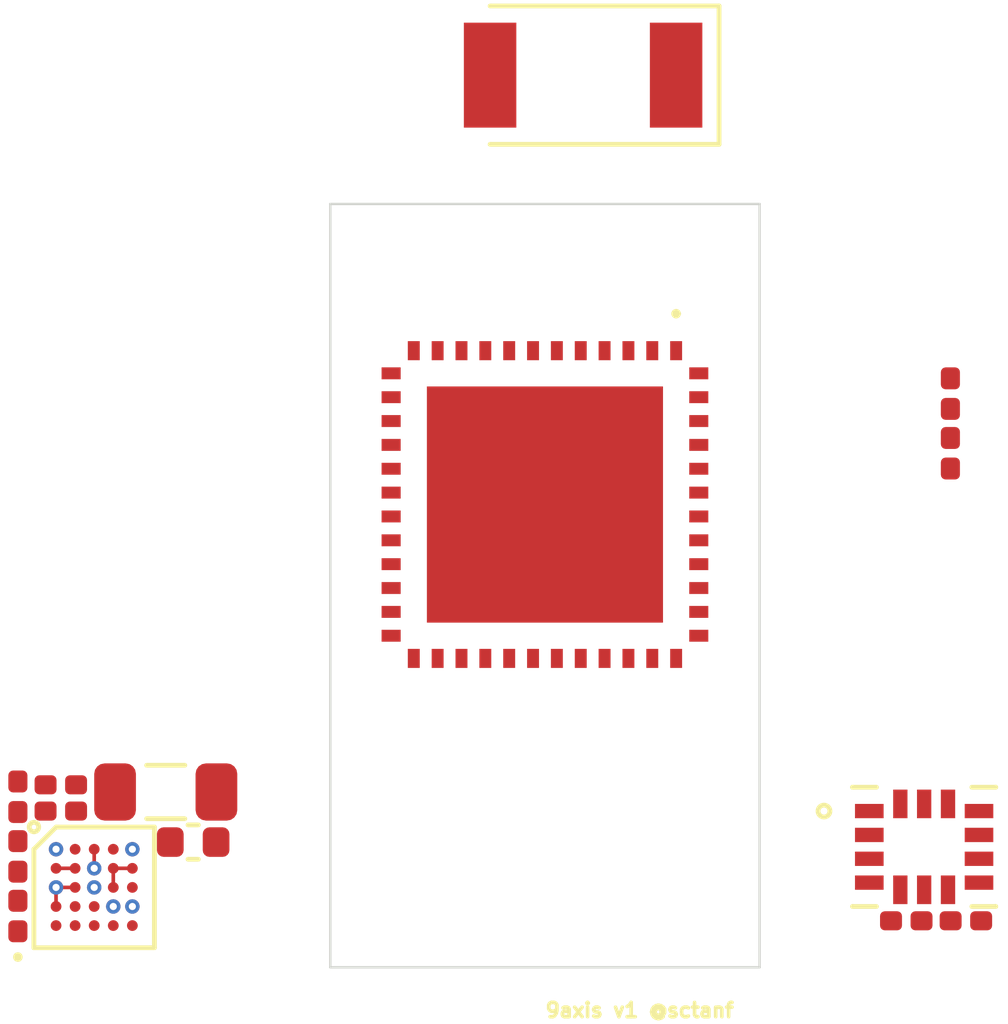
<source format=kicad_pcb>
(kicad_pcb (version 20171130) (host pcbnew "(5.1.9)-1")

  (general
    (thickness 0.4)
    (drawings 5)
    (tracks 19)
    (zones 0)
    (modules 15)
    (nets 11)
  )

  (page A4)
  (layers
    (0 F.Cu signal)
    (31 B.Cu signal)
    (32 B.Adhes user)
    (33 F.Adhes user)
    (34 B.Paste user)
    (35 F.Paste user)
    (36 B.SilkS user)
    (37 F.SilkS user)
    (38 B.Mask user)
    (39 F.Mask user)
    (40 Dwgs.User user)
    (41 Cmts.User user)
    (42 Eco1.User user)
    (43 Eco2.User user)
    (44 Edge.Cuts user)
    (45 Margin user)
    (46 B.CrtYd user)
    (47 F.CrtYd user)
    (48 B.Fab user)
    (49 F.Fab user)
  )

  (setup
    (last_trace_width 0.0762)
    (trace_clearance 0.0762)
    (zone_clearance 0.1524)
    (zone_45_only no)
    (trace_min 0.0762)
    (via_size 0.3024)
    (via_drill 0.15)
    (via_min_size 0.3024)
    (via_min_drill 0.15)
    (uvia_size 0.3)
    (uvia_drill 0.1)
    (uvias_allowed no)
    (uvia_min_size 0.2)
    (uvia_min_drill 0.1)
    (edge_width 0.05)
    (segment_width 0.1)
    (pcb_text_width 0.1)
    (pcb_text_size 0.4 0.4)
    (mod_edge_width 0.1)
    (mod_text_size 0.4 0.4)
    (mod_text_width 0.1)
    (pad_size 1.524 1.524)
    (pad_drill 0.762)
    (pad_to_mask_clearance 0.0762)
    (solder_mask_min_width 0.0762)
    (aux_axis_origin 0 0)
    (visible_elements 7FFFFFFF)
    (pcbplotparams
      (layerselection 0x010fc_ffffffff)
      (usegerberextensions false)
      (usegerberattributes true)
      (usegerberadvancedattributes true)
      (creategerberjobfile true)
      (excludeedgelayer true)
      (linewidth 0.100000)
      (plotframeref false)
      (viasonmask false)
      (mode 1)
      (useauxorigin false)
      (hpglpennumber 1)
      (hpglpenspeed 20)
      (hpglpendiameter 15.000000)
      (psnegative false)
      (psa4output false)
      (plotreference true)
      (plotvalue true)
      (plotinvisibletext false)
      (padsonsilk false)
      (subtractmaskfromsilk false)
      (outputformat 1)
      (mirror false)
      (drillshape 1)
      (scaleselection 1)
      (outputdirectory ""))
  )

  (net 0 "")
  (net 1 GND)
  (net 2 +3V0)
  (net 3 "Net-(IC3-Pad2)")
  (net 4 "Net-(IC4-PadC3)")
  (net 5 "Net-(IC4-PadA4)")
  (net 6 "Net-(C6-Pad1)")
  (net 7 VCC)
  (net 8 "Net-(D1-Pad2)")
  (net 9 "Net-(D1-Pad1)")
  (net 10 "Net-(C8-Pad1)")

  (net_class Default "This is the default net class."
    (clearance 0.0762)
    (trace_width 0.0762)
    (via_dia 0.3024)
    (via_drill 0.15)
    (uvia_dia 0.3)
    (uvia_drill 0.1)
    (add_net +3V0)
    (add_net GND)
    (add_net "Net-(C6-Pad1)")
    (add_net "Net-(C8-Pad1)")
    (add_net "Net-(D1-Pad1)")
    (add_net "Net-(D1-Pad2)")
    (add_net "Net-(IC3-Pad2)")
    (add_net "Net-(IC4-PadA4)")
    (add_net "Net-(IC4-PadC3)")
    (add_net VCC)
  )

  (module Capacitor_SMD:C_0402_1005Metric (layer F.Cu) (tedit 5F68FEEE) (tstamp 602E6346)
    (at 113.125 79.375 180)
    (descr "Capacitor SMD 0402 (1005 Metric), square (rectangular) end terminal, IPC_7351 nominal, (Body size source: IPC-SM-782 page 76, https://www.pcb-3d.com/wordpress/wp-content/uploads/ipc-sm-782a_amendment_1_and_2.pdf), generated with kicad-footprint-generator")
    (tags capacitor)
    (path /602E498C)
    (attr smd)
    (fp_text reference C5 (at 0 -1.16) (layer F.SilkS) hide
      (effects (font (size 0.4 0.4) (thickness 0.1)))
    )
    (fp_text value 10uF (at 0 1.16) (layer F.Fab) hide
      (effects (font (size 0.4 0.4) (thickness 0.1)))
    )
    (fp_line (start -0.5 0.25) (end -0.5 -0.25) (layer F.Fab) (width 0.1))
    (fp_line (start -0.5 -0.25) (end 0.5 -0.25) (layer F.Fab) (width 0.1))
    (fp_line (start 0.5 -0.25) (end 0.5 0.25) (layer F.Fab) (width 0.1))
    (fp_line (start 0.5 0.25) (end -0.5 0.25) (layer F.Fab) (width 0.1))
    (fp_line (start -0.107836 -0.36) (end 0.107836 -0.36) (layer F.SilkS) (width 0.1))
    (fp_line (start -0.107836 0.36) (end 0.107836 0.36) (layer F.SilkS) (width 0.1))
    (fp_line (start -0.91 0.46) (end -0.91 -0.46) (layer F.CrtYd) (width 0.05))
    (fp_line (start -0.91 -0.46) (end 0.91 -0.46) (layer F.CrtYd) (width 0.05))
    (fp_line (start 0.91 -0.46) (end 0.91 0.46) (layer F.CrtYd) (width 0.05))
    (fp_line (start 0.91 0.46) (end -0.91 0.46) (layer F.CrtYd) (width 0.05))
    (fp_text user %R (at 0 0) (layer F.Fab) hide
      (effects (font (size 0.4 0.4) (thickness 0.1)))
    )
    (pad 2 smd roundrect (at 0.48 0 180) (size 0.56 0.62) (layers F.Cu F.Paste F.Mask) (roundrect_rratio 0.25)
      (net 1 GND))
    (pad 1 smd roundrect (at -0.48 0 180) (size 0.56 0.62) (layers F.Cu F.Paste F.Mask) (roundrect_rratio 0.25)
      (net 2 +3V0))
    (model ${KISYS3DMOD}/Capacitor_SMD.3dshapes/C_0402_1005Metric.wrl
      (at (xyz 0 0 0))
      (scale (xyz 1 1 1))
      (rotate (xyz 0 0 0))
    )
  )

  (module Capacitor_SMD:C_0201_0603Metric (layer F.Cu) (tedit 5F68FEEE) (tstamp 602E6357)
    (at 109.45 79.675 90)
    (descr "Capacitor SMD 0201 (0603 Metric), square (rectangular) end terminal, IPC_7351 nominal, (Body size source: https://www.vishay.com/docs/20052/crcw0201e3.pdf), generated with kicad-footprint-generator")
    (tags capacitor)
    (path /602E57EC)
    (attr smd)
    (fp_text reference C6 (at 0 -1.05 90) (layer F.SilkS) hide
      (effects (font (size 0.4 0.4) (thickness 0.1)))
    )
    (fp_text value 1uF (at 0 1.05 90) (layer F.Fab) hide
      (effects (font (size 0.4 0.4) (thickness 0.1)))
    )
    (fp_line (start -0.3 0.15) (end -0.3 -0.15) (layer F.Fab) (width 0.1))
    (fp_line (start -0.3 -0.15) (end 0.3 -0.15) (layer F.Fab) (width 0.1))
    (fp_line (start 0.3 -0.15) (end 0.3 0.15) (layer F.Fab) (width 0.1))
    (fp_line (start 0.3 0.15) (end -0.3 0.15) (layer F.Fab) (width 0.1))
    (fp_line (start -0.7 0.35) (end -0.7 -0.35) (layer F.CrtYd) (width 0.05))
    (fp_line (start -0.7 -0.35) (end 0.7 -0.35) (layer F.CrtYd) (width 0.05))
    (fp_line (start 0.7 -0.35) (end 0.7 0.35) (layer F.CrtYd) (width 0.05))
    (fp_line (start 0.7 0.35) (end -0.7 0.35) (layer F.CrtYd) (width 0.05))
    (fp_text user %R (at 0 -0.68 90) (layer F.Fab) hide
      (effects (font (size 0.4 0.4) (thickness 0.1)))
    )
    (pad 2 smd roundrect (at 0.32 0 90) (size 0.46 0.4) (layers F.Cu F.Mask) (roundrect_rratio 0.25)
      (net 1 GND))
    (pad 1 smd roundrect (at -0.32 0 90) (size 0.46 0.4) (layers F.Cu F.Mask) (roundrect_rratio 0.25)
      (net 6 "Net-(C6-Pad1)"))
    (pad "" smd roundrect (at 0.345 0 90) (size 0.318 0.36) (layers F.Paste) (roundrect_rratio 0.25))
    (pad "" smd roundrect (at -0.345 0 90) (size 0.318 0.36) (layers F.Paste) (roundrect_rratio 0.25))
    (model ${KISYS3DMOD}/Capacitor_SMD.3dshapes/C_0201_0603Metric.wrl
      (at (xyz 0 0 0))
      (scale (xyz 1 1 1))
      (rotate (xyz 0 0 0))
    )
  )

  (module Capacitor_SMD:C_0201_0603Metric (layer F.Cu) (tedit 5F68FEEE) (tstamp 602E6368)
    (at 110.35 78.725)
    (descr "Capacitor SMD 0201 (0603 Metric), square (rectangular) end terminal, IPC_7351 nominal, (Body size source: https://www.vishay.com/docs/20052/crcw0201e3.pdf), generated with kicad-footprint-generator")
    (tags capacitor)
    (path /602E5AA1)
    (attr smd)
    (fp_text reference C7 (at 0 -1.05) (layer F.SilkS) hide
      (effects (font (size 0.4 0.4) (thickness 0.1)))
    )
    (fp_text value 1uF (at 0 1.05) (layer F.Fab) hide
      (effects (font (size 0.4 0.4) (thickness 0.1)))
    )
    (fp_line (start -0.3 0.15) (end -0.3 -0.15) (layer F.Fab) (width 0.1))
    (fp_line (start -0.3 -0.15) (end 0.3 -0.15) (layer F.Fab) (width 0.1))
    (fp_line (start 0.3 -0.15) (end 0.3 0.15) (layer F.Fab) (width 0.1))
    (fp_line (start 0.3 0.15) (end -0.3 0.15) (layer F.Fab) (width 0.1))
    (fp_line (start -0.7 0.35) (end -0.7 -0.35) (layer F.CrtYd) (width 0.05))
    (fp_line (start -0.7 -0.35) (end 0.7 -0.35) (layer F.CrtYd) (width 0.05))
    (fp_line (start 0.7 -0.35) (end 0.7 0.35) (layer F.CrtYd) (width 0.05))
    (fp_line (start 0.7 0.35) (end -0.7 0.35) (layer F.CrtYd) (width 0.05))
    (fp_text user %R (at 0 -0.68) (layer F.Fab) hide
      (effects (font (size 0.4 0.4) (thickness 0.1)))
    )
    (pad 2 smd roundrect (at 0.32 0) (size 0.46 0.4) (layers F.Cu F.Mask) (roundrect_rratio 0.25)
      (net 7 VCC))
    (pad 1 smd roundrect (at -0.32 0) (size 0.46 0.4) (layers F.Cu F.Mask) (roundrect_rratio 0.25)
      (net 1 GND))
    (pad "" smd roundrect (at 0.345 0) (size 0.318 0.36) (layers F.Paste) (roundrect_rratio 0.25))
    (pad "" smd roundrect (at -0.345 0) (size 0.318 0.36) (layers F.Paste) (roundrect_rratio 0.25))
    (model ${KISYS3DMOD}/Capacitor_SMD.3dshapes/C_0201_0603Metric.wrl
      (at (xyz 0 0 0))
      (scale (xyz 1 1 1))
      (rotate (xyz 0 0 0))
    )
  )

  (module LED_SMD:LED_0201_0603Metric (layer F.Cu) (tedit 5F68FEF1) (tstamp 602E637A)
    (at 109.45 80.925 90)
    (descr "LED SMD 0201 (0603 Metric), square (rectangular) end terminal, IPC_7351 nominal, (Body size source: https://www.vishay.com/docs/20052/crcw0201e3.pdf), generated with kicad-footprint-generator")
    (tags LED)
    (path /60313CEB)
    (attr smd)
    (fp_text reference D1 (at 0 -1.05 90) (layer F.SilkS) hide
      (effects (font (size 0.4 0.4) (thickness 0.1)))
    )
    (fp_text value LED (at 0 1.05 90) (layer F.Fab) hide
      (effects (font (size 0.4 0.4) (thickness 0.1)))
    )
    (fp_circle (center -0.86 0) (end -0.81 0) (layer F.SilkS) (width 0.1))
    (fp_line (start -0.3 0.15) (end -0.3 -0.15) (layer F.Fab) (width 0.1))
    (fp_line (start -0.3 -0.15) (end 0.3 -0.15) (layer F.Fab) (width 0.1))
    (fp_line (start 0.3 -0.15) (end 0.3 0.15) (layer F.Fab) (width 0.1))
    (fp_line (start 0.3 0.15) (end -0.3 0.15) (layer F.Fab) (width 0.1))
    (fp_line (start -0.2 0.15) (end -0.2 -0.15) (layer F.Fab) (width 0.1))
    (fp_line (start -0.1 0.15) (end -0.1 -0.15) (layer F.Fab) (width 0.1))
    (fp_line (start -0.7 0.35) (end -0.7 -0.35) (layer F.CrtYd) (width 0.05))
    (fp_line (start -0.7 -0.35) (end 0.7 -0.35) (layer F.CrtYd) (width 0.05))
    (fp_line (start 0.7 -0.35) (end 0.7 0.35) (layer F.CrtYd) (width 0.05))
    (fp_line (start 0.7 0.35) (end -0.7 0.35) (layer F.CrtYd) (width 0.05))
    (fp_text user %R (at 0 -0.68 90) (layer F.Fab) hide
      (effects (font (size 0.4 0.4) (thickness 0.1)))
    )
    (pad 2 smd roundrect (at 0.32 0 90) (size 0.46 0.4) (layers F.Cu F.Mask) (roundrect_rratio 0.25)
      (net 8 "Net-(D1-Pad2)"))
    (pad 1 smd roundrect (at -0.32 0 90) (size 0.46 0.4) (layers F.Cu F.Mask) (roundrect_rratio 0.25)
      (net 9 "Net-(D1-Pad1)"))
    (pad "" smd roundrect (at 0.345 0 90) (size 0.318 0.36) (layers F.Paste) (roundrect_rratio 0.25))
    (pad "" smd roundrect (at -0.345 0 90) (size 0.318 0.36) (layers F.Paste) (roundrect_rratio 0.25))
    (model ${KISYS3DMOD}/LED_SMD.3dshapes/LED_0201_0603Metric.wrl
      (at (xyz 0 0 0))
      (scale (xyz 1 1 1))
      (rotate (xyz 0 0 0))
    )
  )

  (module SamacSys_Parts:BGA25C40P5X5_247X253X50 (layer F.Cu) (tedit 0) (tstamp 602E5CEC)
    (at 111.05 80.325)
    (descr YFP0025)
    (tags "Integrated Circuit")
    (path /602E09CB)
    (attr smd)
    (fp_text reference IC4 (at 0 0) (layer F.SilkS) hide
      (effects (font (size 0.4 0.4) (thickness 0.1)))
    )
    (fp_text value BQ25125YFPR (at 0 0) (layer F.SilkS) hide
      (effects (font (size 0.4 0.4) (thickness 0.1)))
    )
    (fp_line (start -1.749 -1.78) (end 1.749 -1.78) (layer F.CrtYd) (width 0.05))
    (fp_line (start 1.749 -1.78) (end 1.749 1.78) (layer F.CrtYd) (width 0.05))
    (fp_line (start 1.749 1.78) (end -1.749 1.78) (layer F.CrtYd) (width 0.05))
    (fp_line (start -1.749 1.78) (end -1.749 -1.78) (layer F.CrtYd) (width 0.05))
    (fp_line (start -1.234 -1.265) (end 1.234 -1.265) (layer F.Fab) (width 0.1))
    (fp_line (start 1.234 -1.265) (end 1.234 1.265) (layer F.Fab) (width 0.1))
    (fp_line (start 1.234 1.265) (end -1.234 1.265) (layer F.Fab) (width 0.1))
    (fp_line (start -1.234 1.265) (end -1.234 -1.265) (layer F.Fab) (width 0.1))
    (fp_line (start -1.234 -0.625) (end -0.594 -1.265) (layer F.Fab) (width 0.1))
    (fp_line (start -0.798 -1.265) (end 1.262 -1.265) (layer F.SilkS) (width 0.1))
    (fp_line (start 1.262 -1.265) (end 1.262 1.265) (layer F.SilkS) (width 0.1))
    (fp_line (start 1.262 1.265) (end -1.264 1.265) (layer F.SilkS) (width 0.1))
    (fp_line (start -1.264 1.265) (end -1.264 -0.8) (layer F.SilkS) (width 0.1))
    (fp_line (start -1.264 -0.8) (end -0.799 -1.265) (layer F.SilkS) (width 0.1))
    (fp_circle (center -1.263 -1.265) (end -1.263 -1.165) (layer F.SilkS) (width 0.1))
    (fp_text user %R (at 0 0) (layer F.Fab) hide
      (effects (font (size 0.4 0.4) (thickness 0.1)))
    )
    (pad E5 smd circle (at 0.8 0.8 90) (size 0.226 0.226) (layers F.Cu F.Paste F.Mask))
    (pad E4 smd circle (at 0.4 0.8 90) (size 0.226 0.226) (layers F.Cu F.Paste F.Mask))
    (pad E3 smd circle (at 0 0.8 90) (size 0.226 0.226) (layers F.Cu F.Paste F.Mask))
    (pad E2 smd circle (at -0.4 0.8 90) (size 0.226 0.226) (layers F.Cu F.Paste F.Mask))
    (pad E1 smd circle (at -0.8 0.8 90) (size 0.226 0.226) (layers F.Cu F.Paste F.Mask))
    (pad D5 smd circle (at 0.8 0.4 90) (size 0.226 0.226) (layers F.Cu F.Paste F.Mask)
      (net 1 GND))
    (pad D4 smd circle (at 0.4 0.4 90) (size 0.226 0.226) (layers F.Cu F.Paste F.Mask)
      (net 9 "Net-(D1-Pad1)"))
    (pad D3 smd circle (at 0 0.4 90) (size 0.226 0.226) (layers F.Cu F.Paste F.Mask))
    (pad D2 smd circle (at -0.4 0.4 90) (size 0.226 0.226) (layers F.Cu F.Paste F.Mask))
    (pad D1 smd circle (at -0.8 0.4 90) (size 0.226 0.226) (layers F.Cu F.Paste F.Mask)
      (net 1 GND))
    (pad C5 smd circle (at 0.8 0 90) (size 0.226 0.226) (layers F.Cu F.Paste F.Mask))
    (pad C4 smd circle (at 0.4 0 90) (size 0.226 0.226) (layers F.Cu F.Paste F.Mask)
      (net 2 +3V0))
    (pad C3 smd circle (at 0 0 90) (size 0.226 0.226) (layers F.Cu F.Paste F.Mask)
      (net 4 "Net-(IC4-PadC3)"))
    (pad C2 smd circle (at -0.4 0 90) (size 0.226 0.226) (layers F.Cu F.Paste F.Mask)
      (net 1 GND))
    (pad C1 smd circle (at -0.8 0 90) (size 0.226 0.226) (layers F.Cu F.Paste F.Mask)
      (net 1 GND))
    (pad B5 smd circle (at 0.8 -0.4 90) (size 0.226 0.226) (layers F.Cu F.Paste F.Mask)
      (net 2 +3V0))
    (pad B4 smd circle (at 0.4 -0.4 90) (size 0.226 0.226) (layers F.Cu F.Paste F.Mask)
      (net 2 +3V0))
    (pad B3 smd circle (at 0 -0.4 90) (size 0.226 0.226) (layers F.Cu F.Paste F.Mask)
      (net 8 "Net-(D1-Pad2)"))
    (pad B2 smd circle (at -0.4 -0.4 90) (size 0.226 0.226) (layers F.Cu F.Paste F.Mask)
      (net 6 "Net-(C6-Pad1)"))
    (pad B1 smd circle (at -0.8 -0.4 90) (size 0.226 0.226) (layers F.Cu F.Paste F.Mask)
      (net 6 "Net-(C6-Pad1)"))
    (pad A5 smd circle (at 0.8 -0.8 90) (size 0.226 0.226) (layers F.Cu F.Paste F.Mask)
      (net 1 GND))
    (pad A4 smd circle (at 0.4 -0.8 90) (size 0.226 0.226) (layers F.Cu F.Paste F.Mask)
      (net 5 "Net-(IC4-PadA4)"))
    (pad A3 smd circle (at 0 -0.8 90) (size 0.226 0.226) (layers F.Cu F.Paste F.Mask)
      (net 8 "Net-(D1-Pad2)"))
    (pad A2 smd circle (at -0.4 -0.8 90) (size 0.226 0.226) (layers F.Cu F.Paste F.Mask)
      (net 7 VCC))
    (pad A1 smd circle (at -0.8 -0.8 90) (size 0.226 0.226) (layers F.Cu F.Paste F.Mask)
      (net 1 GND))
    (model C:\Users\Scott\Downloads\SamacSys_Parts.3dshapes\BQ25125YFPR.stp
      (at (xyz 0 0 0))
      (scale (xyz 1 1 1))
      (rotate (xyz 0 0 0))
    )
  )

  (module Inductor_SMD:L_0805_2012Metric (layer F.Cu) (tedit 5F68FEF0) (tstamp 602E6545)
    (at 112.55 78.325 180)
    (descr "Inductor SMD 0805 (2012 Metric), square (rectangular) end terminal, IPC_7351 nominal, (Body size source: IPC-SM-782 page 80, https://www.pcb-3d.com/wordpress/wp-content/uploads/ipc-sm-782a_amendment_1_and_2.pdf), generated with kicad-footprint-generator")
    (tags inductor)
    (path /602E3EAB)
    (attr smd)
    (fp_text reference L2 (at 0 -1.55) (layer F.SilkS) hide
      (effects (font (size 0.4 0.4) (thickness 0.1)))
    )
    (fp_text value 2.2uH (at 0 1.55) (layer F.Fab) hide
      (effects (font (size 0.4 0.4) (thickness 0.1)))
    )
    (fp_line (start -1 0.45) (end -1 -0.45) (layer F.Fab) (width 0.1))
    (fp_line (start -1 -0.45) (end 1 -0.45) (layer F.Fab) (width 0.1))
    (fp_line (start 1 -0.45) (end 1 0.45) (layer F.Fab) (width 0.1))
    (fp_line (start 1 0.45) (end -1 0.45) (layer F.Fab) (width 0.1))
    (fp_line (start -0.399622 -0.56) (end 0.399622 -0.56) (layer F.SilkS) (width 0.1))
    (fp_line (start -0.399622 0.56) (end 0.399622 0.56) (layer F.SilkS) (width 0.1))
    (fp_line (start -1.75 0.85) (end -1.75 -0.85) (layer F.CrtYd) (width 0.05))
    (fp_line (start -1.75 -0.85) (end 1.75 -0.85) (layer F.CrtYd) (width 0.05))
    (fp_line (start 1.75 -0.85) (end 1.75 0.85) (layer F.CrtYd) (width 0.05))
    (fp_line (start 1.75 0.85) (end -1.75 0.85) (layer F.CrtYd) (width 0.05))
    (fp_text user %R (at 0 0) (layer F.Fab) hide
      (effects (font (size 0.4 0.4) (thickness 0.1)))
    )
    (pad 2 smd roundrect (at 1.0625 0 180) (size 0.875 1.2) (layers F.Cu F.Paste F.Mask) (roundrect_rratio 0.25)
      (net 5 "Net-(IC4-PadA4)"))
    (pad 1 smd roundrect (at -1.0625 0 180) (size 0.875 1.2) (layers F.Cu F.Paste F.Mask) (roundrect_rratio 0.25)
      (net 2 +3V0))
    (model ${KISYS3DMOD}/Inductor_SMD.3dshapes/L_0805_2012Metric.wrl
      (at (xyz 0 0 0))
      (scale (xyz 1 1 1))
      (rotate (xyz 0 0 0))
    )
  )

  (module Resistor_SMD:R_0201_0603Metric (layer F.Cu) (tedit 5F68FEEE) (tstamp 602E6556)
    (at 110.35 78.175 180)
    (descr "Resistor SMD 0201 (0603 Metric), square (rectangular) end terminal, IPC_7351 nominal, (Body size source: https://www.vishay.com/docs/20052/crcw0201e3.pdf), generated with kicad-footprint-generator")
    (tags resistor)
    (path /603064F3)
    (attr smd)
    (fp_text reference R1 (at 0 -1.05) (layer F.SilkS) hide
      (effects (font (size 0.4 0.4) (thickness 0.1)))
    )
    (fp_text value 14k (at 0 1.05) (layer F.Fab) hide
      (effects (font (size 0.4 0.4) (thickness 0.1)))
    )
    (fp_line (start -0.3 0.15) (end -0.3 -0.15) (layer F.Fab) (width 0.1))
    (fp_line (start -0.3 -0.15) (end 0.3 -0.15) (layer F.Fab) (width 0.1))
    (fp_line (start 0.3 -0.15) (end 0.3 0.15) (layer F.Fab) (width 0.1))
    (fp_line (start 0.3 0.15) (end -0.3 0.15) (layer F.Fab) (width 0.1))
    (fp_line (start -0.7 0.35) (end -0.7 -0.35) (layer F.CrtYd) (width 0.05))
    (fp_line (start -0.7 -0.35) (end 0.7 -0.35) (layer F.CrtYd) (width 0.05))
    (fp_line (start 0.7 -0.35) (end 0.7 0.35) (layer F.CrtYd) (width 0.05))
    (fp_line (start 0.7 0.35) (end -0.7 0.35) (layer F.CrtYd) (width 0.05))
    (fp_text user %R (at 0 -0.68) (layer F.Fab) hide
      (effects (font (size 0.4 0.4) (thickness 0.1)))
    )
    (pad 2 smd roundrect (at 0.32 0 180) (size 0.46 0.4) (layers F.Cu F.Mask) (roundrect_rratio 0.25)
      (net 4 "Net-(IC4-PadC3)"))
    (pad 1 smd roundrect (at -0.32 0 180) (size 0.46 0.4) (layers F.Cu F.Mask) (roundrect_rratio 0.25)
      (net 7 VCC))
    (pad "" smd roundrect (at 0.345 0 180) (size 0.318 0.36) (layers F.Paste) (roundrect_rratio 0.25))
    (pad "" smd roundrect (at -0.345 0 180) (size 0.318 0.36) (layers F.Paste) (roundrect_rratio 0.25))
    (model ${KISYS3DMOD}/Resistor_SMD.3dshapes/R_0201_0603Metric.wrl
      (at (xyz 0 0 0))
      (scale (xyz 1 1 1))
      (rotate (xyz 0 0 0))
    )
  )

  (module Resistor_SMD:R_0201_0603Metric (layer F.Cu) (tedit 5F68FEEE) (tstamp 602E6567)
    (at 109.45 78.425 270)
    (descr "Resistor SMD 0201 (0603 Metric), square (rectangular) end terminal, IPC_7351 nominal, (Body size source: https://www.vishay.com/docs/20052/crcw0201e3.pdf), generated with kicad-footprint-generator")
    (tags resistor)
    (path /60307927)
    (attr smd)
    (fp_text reference R2 (at 0 -1.05 90) (layer F.SilkS) hide
      (effects (font (size 0.4 0.4) (thickness 0.1)))
    )
    (fp_text value 14.3k (at 0 1.05 90) (layer F.Fab) hide
      (effects (font (size 0.4 0.4) (thickness 0.1)))
    )
    (fp_line (start -0.3 0.15) (end -0.3 -0.15) (layer F.Fab) (width 0.1))
    (fp_line (start -0.3 -0.15) (end 0.3 -0.15) (layer F.Fab) (width 0.1))
    (fp_line (start 0.3 -0.15) (end 0.3 0.15) (layer F.Fab) (width 0.1))
    (fp_line (start 0.3 0.15) (end -0.3 0.15) (layer F.Fab) (width 0.1))
    (fp_line (start -0.7 0.35) (end -0.7 -0.35) (layer F.CrtYd) (width 0.05))
    (fp_line (start -0.7 -0.35) (end 0.7 -0.35) (layer F.CrtYd) (width 0.05))
    (fp_line (start 0.7 -0.35) (end 0.7 0.35) (layer F.CrtYd) (width 0.05))
    (fp_line (start 0.7 0.35) (end -0.7 0.35) (layer F.CrtYd) (width 0.05))
    (fp_text user %R (at 0 -0.68 90) (layer F.Fab) hide
      (effects (font (size 0.4 0.4) (thickness 0.1)))
    )
    (pad 2 smd roundrect (at 0.32 0 270) (size 0.46 0.4) (layers F.Cu F.Mask) (roundrect_rratio 0.25)
      (net 1 GND))
    (pad 1 smd roundrect (at -0.32 0 270) (size 0.46 0.4) (layers F.Cu F.Mask) (roundrect_rratio 0.25)
      (net 4 "Net-(IC4-PadC3)"))
    (pad "" smd roundrect (at 0.345 0 270) (size 0.318 0.36) (layers F.Paste) (roundrect_rratio 0.25))
    (pad "" smd roundrect (at -0.345 0 270) (size 0.318 0.36) (layers F.Paste) (roundrect_rratio 0.25))
    (model ${KISYS3DMOD}/Resistor_SMD.3dshapes/R_0201_0603Metric.wrl
      (at (xyz 0 0 0))
      (scale (xyz 1 1 1))
      (rotate (xyz 0 0 0))
    )
  )

  (module Capacitor_SMD:C_0201_0603Metric (layer F.Cu) (tedit 5F68FEEE) (tstamp 602E8549)
    (at 129.325 81.025 180)
    (descr "Capacitor SMD 0201 (0603 Metric), square (rectangular) end terminal, IPC_7351 nominal, (Body size source: https://www.vishay.com/docs/20052/crcw0201e3.pdf), generated with kicad-footprint-generator")
    (tags capacitor)
    (path /6036402F)
    (attr smd)
    (fp_text reference C9 (at 0 -1.05) (layer F.SilkS) hide
      (effects (font (size 0.4 0.4) (thickness 0.1)))
    )
    (fp_text value 0.1uF (at 0 1.05) (layer F.Fab) hide
      (effects (font (size 0.4 0.4) (thickness 0.1)))
    )
    (fp_line (start -0.3 0.15) (end -0.3 -0.15) (layer F.Fab) (width 0.1))
    (fp_line (start -0.3 -0.15) (end 0.3 -0.15) (layer F.Fab) (width 0.1))
    (fp_line (start 0.3 -0.15) (end 0.3 0.15) (layer F.Fab) (width 0.1))
    (fp_line (start 0.3 0.15) (end -0.3 0.15) (layer F.Fab) (width 0.1))
    (fp_line (start -0.7 0.35) (end -0.7 -0.35) (layer F.CrtYd) (width 0.05))
    (fp_line (start -0.7 -0.35) (end 0.7 -0.35) (layer F.CrtYd) (width 0.05))
    (fp_line (start 0.7 -0.35) (end 0.7 0.35) (layer F.CrtYd) (width 0.05))
    (fp_line (start 0.7 0.35) (end -0.7 0.35) (layer F.CrtYd) (width 0.05))
    (fp_text user %R (at 0 -0.68) (layer F.Fab) hide
      (effects (font (size 0.4 0.4) (thickness 0.1)))
    )
    (pad 2 smd roundrect (at 0.32 0 180) (size 0.46 0.4) (layers F.Cu F.Mask) (roundrect_rratio 0.25)
      (net 1 GND))
    (pad 1 smd roundrect (at -0.32 0 180) (size 0.46 0.4) (layers F.Cu F.Mask) (roundrect_rratio 0.25)
      (net 2 +3V0))
    (pad "" smd roundrect (at 0.345 0 180) (size 0.318 0.36) (layers F.Paste) (roundrect_rratio 0.25))
    (pad "" smd roundrect (at -0.345 0 180) (size 0.318 0.36) (layers F.Paste) (roundrect_rratio 0.25))
    (model ${KISYS3DMOD}/Capacitor_SMD.3dshapes/C_0201_0603Metric.wrl
      (at (xyz 0 0 0))
      (scale (xyz 1 1 1))
      (rotate (xyz 0 0 0))
    )
  )

  (module Capacitor_SMD:C_0201_0603Metric (layer F.Cu) (tedit 5F68FEEE) (tstamp 602E8538)
    (at 128.075 81.025)
    (descr "Capacitor SMD 0201 (0603 Metric), square (rectangular) end terminal, IPC_7351 nominal, (Body size source: https://www.vishay.com/docs/20052/crcw0201e3.pdf), generated with kicad-footprint-generator")
    (tags capacitor)
    (path /6036373B)
    (attr smd)
    (fp_text reference C8 (at 0 -1.05) (layer F.SilkS) hide
      (effects (font (size 0.4 0.4) (thickness 0.1)))
    )
    (fp_text value 0.1uF (at 0 1.05) (layer F.Fab) hide
      (effects (font (size 0.4 0.4) (thickness 0.1)))
    )
    (fp_line (start -0.3 0.15) (end -0.3 -0.15) (layer F.Fab) (width 0.1))
    (fp_line (start -0.3 -0.15) (end 0.3 -0.15) (layer F.Fab) (width 0.1))
    (fp_line (start 0.3 -0.15) (end 0.3 0.15) (layer F.Fab) (width 0.1))
    (fp_line (start 0.3 0.15) (end -0.3 0.15) (layer F.Fab) (width 0.1))
    (fp_line (start -0.7 0.35) (end -0.7 -0.35) (layer F.CrtYd) (width 0.05))
    (fp_line (start -0.7 -0.35) (end 0.7 -0.35) (layer F.CrtYd) (width 0.05))
    (fp_line (start 0.7 -0.35) (end 0.7 0.35) (layer F.CrtYd) (width 0.05))
    (fp_line (start 0.7 0.35) (end -0.7 0.35) (layer F.CrtYd) (width 0.05))
    (fp_text user %R (at 0 -0.68) (layer F.Fab) hide
      (effects (font (size 0.4 0.4) (thickness 0.1)))
    )
    (pad 2 smd roundrect (at 0.32 0) (size 0.46 0.4) (layers F.Cu F.Mask) (roundrect_rratio 0.25)
      (net 1 GND))
    (pad 1 smd roundrect (at -0.32 0) (size 0.46 0.4) (layers F.Cu F.Mask) (roundrect_rratio 0.25)
      (net 10 "Net-(C8-Pad1)"))
    (pad "" smd roundrect (at 0.345 0) (size 0.318 0.36) (layers F.Paste) (roundrect_rratio 0.25))
    (pad "" smd roundrect (at -0.345 0) (size 0.318 0.36) (layers F.Paste) (roundrect_rratio 0.25))
    (model ${KISYS3DMOD}/Capacitor_SMD.3dshapes/C_0201_0603Metric.wrl
      (at (xyz 0 0 0))
      (scale (xyz 1 1 1))
      (rotate (xyz 0 0 0))
    )
  )

  (module Capacitor_SMD:C_0201_0603Metric (layer F.Cu) (tedit 5F68FEEE) (tstamp 602CC890)
    (at 129 71.225 270)
    (descr "Capacitor SMD 0201 (0603 Metric), square (rectangular) end terminal, IPC_7351 nominal, (Body size source: https://www.vishay.com/docs/20052/crcw0201e3.pdf), generated with kicad-footprint-generator")
    (tags capacitor)
    (path /602D4C77)
    (attr smd)
    (fp_text reference C4 (at 0 -1.05 90) (layer F.SilkS) hide
      (effects (font (size 0.4 0.4) (thickness 0.1)))
    )
    (fp_text value 0.1uF (at 0 1.05 90) (layer F.Fab) hide
      (effects (font (size 0.4 0.4) (thickness 0.1)))
    )
    (fp_line (start -0.3 0.15) (end -0.3 -0.15) (layer F.Fab) (width 0.1))
    (fp_line (start -0.3 -0.15) (end 0.3 -0.15) (layer F.Fab) (width 0.1))
    (fp_line (start 0.3 -0.15) (end 0.3 0.15) (layer F.Fab) (width 0.1))
    (fp_line (start 0.3 0.15) (end -0.3 0.15) (layer F.Fab) (width 0.1))
    (fp_line (start -0.7 0.35) (end -0.7 -0.35) (layer F.CrtYd) (width 0.05))
    (fp_line (start -0.7 -0.35) (end 0.7 -0.35) (layer F.CrtYd) (width 0.05))
    (fp_line (start 0.7 -0.35) (end 0.7 0.35) (layer F.CrtYd) (width 0.05))
    (fp_line (start 0.7 0.35) (end -0.7 0.35) (layer F.CrtYd) (width 0.05))
    (fp_text user %R (at 0 -0.68 90) (layer F.Fab) hide
      (effects (font (size 0.4 0.4) (thickness 0.1)))
    )
    (pad 2 smd roundrect (at 0.32 0 270) (size 0.46 0.4) (layers F.Cu F.Mask) (roundrect_rratio 0.25)
      (net 1 GND))
    (pad 1 smd roundrect (at -0.32 0 270) (size 0.46 0.4) (layers F.Cu F.Mask) (roundrect_rratio 0.25)
      (net 2 +3V0))
    (pad "" smd roundrect (at 0.345 0 270) (size 0.318 0.36) (layers F.Paste) (roundrect_rratio 0.25))
    (pad "" smd roundrect (at -0.345 0 270) (size 0.318 0.36) (layers F.Paste) (roundrect_rratio 0.25))
    (model ${KISYS3DMOD}/Capacitor_SMD.3dshapes/C_0201_0603Metric.wrl
      (at (xyz 0 0 0))
      (scale (xyz 1 1 1))
      (rotate (xyz 0 0 0))
    )
  )

  (module Capacitor_SMD:C_0201_0603Metric (layer F.Cu) (tedit 5F68FEEE) (tstamp 602CC87F)
    (at 129 69.975 270)
    (descr "Capacitor SMD 0201 (0603 Metric), square (rectangular) end terminal, IPC_7351 nominal, (Body size source: https://www.vishay.com/docs/20052/crcw0201e3.pdf), generated with kicad-footprint-generator")
    (tags capacitor)
    (path /602D1B47)
    (attr smd)
    (fp_text reference C3 (at 0 -1.05 90) (layer F.SilkS) hide
      (effects (font (size 0.4 0.4) (thickness 0.1)))
    )
    (fp_text value 0.1uF (at 0 1.05 90) (layer F.Fab) hide
      (effects (font (size 0.4 0.4) (thickness 0.1)))
    )
    (fp_line (start -0.3 0.15) (end -0.3 -0.15) (layer F.Fab) (width 0.1))
    (fp_line (start -0.3 -0.15) (end 0.3 -0.15) (layer F.Fab) (width 0.1))
    (fp_line (start 0.3 -0.15) (end 0.3 0.15) (layer F.Fab) (width 0.1))
    (fp_line (start 0.3 0.15) (end -0.3 0.15) (layer F.Fab) (width 0.1))
    (fp_line (start -0.7 0.35) (end -0.7 -0.35) (layer F.CrtYd) (width 0.05))
    (fp_line (start -0.7 -0.35) (end 0.7 -0.35) (layer F.CrtYd) (width 0.05))
    (fp_line (start 0.7 -0.35) (end 0.7 0.35) (layer F.CrtYd) (width 0.05))
    (fp_line (start 0.7 0.35) (end -0.7 0.35) (layer F.CrtYd) (width 0.05))
    (fp_text user %R (at 0 -0.68 90) (layer F.Fab) hide
      (effects (font (size 0.4 0.4) (thickness 0.1)))
    )
    (pad 2 smd roundrect (at 0.32 0 270) (size 0.46 0.4) (layers F.Cu F.Mask) (roundrect_rratio 0.25)
      (net 1 GND))
    (pad 1 smd roundrect (at -0.32 0 270) (size 0.46 0.4) (layers F.Cu F.Mask) (roundrect_rratio 0.25)
      (net 2 +3V0))
    (pad "" smd roundrect (at 0.345 0 270) (size 0.318 0.36) (layers F.Paste) (roundrect_rratio 0.25))
    (pad "" smd roundrect (at -0.345 0 270) (size 0.318 0.36) (layers F.Paste) (roundrect_rratio 0.25))
    (model ${KISYS3DMOD}/Capacitor_SMD.3dshapes/C_0201_0603Metric.wrl
      (at (xyz 0 0 0))
      (scale (xyz 1 1 1))
      (rotate (xyz 0 0 0))
    )
  )

  (module SamacSys_Parts:ESP32PICOV3 (layer F.Cu) (tedit 0) (tstamp 602CC923)
    (at 120.5 72.3 270)
    (descr ESP32-PICO-V3-2)
    (tags "Integrated Circuit")
    (path /602B535F)
    (attr smd)
    (fp_text reference IC3 (at -0.275 0 90) (layer F.SilkS) hide
      (effects (font (size 0.4 0.4) (thickness 0.1)))
    )
    (fp_text value ESP32-PICO-V3 (at -0.275 0 90) (layer F.SilkS) hide
      (effects (font (size 0.4 0.4) (thickness 0.1)))
    )
    (fp_line (start -3.5 -3.5) (end 3.5 -3.5) (layer F.Fab) (width 0.1))
    (fp_line (start 3.5 -3.5) (end 3.5 3.5) (layer F.Fab) (width 0.1))
    (fp_line (start 3.5 3.5) (end -3.5 3.5) (layer F.Fab) (width 0.1))
    (fp_line (start -3.5 3.5) (end -3.5 -3.5) (layer F.Fab) (width 0.1))
    (fp_line (start -5.05 -4.5) (end 4.5 -4.5) (layer F.CrtYd) (width 0.05))
    (fp_line (start 4.5 -4.5) (end 4.5 4.5) (layer F.CrtYd) (width 0.05))
    (fp_line (start 4.5 4.5) (end -5.05 4.5) (layer F.CrtYd) (width 0.05))
    (fp_line (start -5.05 4.5) (end -5.05 -4.5) (layer F.CrtYd) (width 0.05))
    (fp_line (start -4 -2.8) (end -4 -2.8) (layer F.SilkS) (width 0.1))
    (fp_line (start -4 -2.7) (end -4 -2.7) (layer F.SilkS) (width 0.1))
    (fp_arc (start -4 -2.75) (end -4 -2.7) (angle -180) (layer F.SilkS) (width 0.1))
    (fp_arc (start -4 -2.75) (end -4 -2.8) (angle -180) (layer F.SilkS) (width 0.1))
    (fp_text user %R (at -0.275 0 90) (layer F.Fab) hide
      (effects (font (size 0.4 0.4) (thickness 0.1)))
    )
    (pad 49 smd rect (at 0 0 270) (size 4.95 4.95) (layers F.Cu F.Paste F.Mask)
      (net 1 GND))
    (pad 48 smd rect (at -2.75 -3.225 270) (size 0.25 0.4) (layers F.Cu F.Paste F.Mask))
    (pad 47 smd rect (at -2.25 -3.225 270) (size 0.25 0.4) (layers F.Cu F.Paste F.Mask))
    (pad 46 smd rect (at -1.75 -3.225 270) (size 0.25 0.4) (layers F.Cu F.Paste F.Mask)
      (net 2 +3V0))
    (pad 45 smd rect (at -1.25 -3.225 270) (size 0.25 0.4) (layers F.Cu F.Paste F.Mask))
    (pad 44 smd rect (at -0.75 -3.225 270) (size 0.25 0.4) (layers F.Cu F.Paste F.Mask))
    (pad 43 smd rect (at -0.25 -3.225 270) (size 0.25 0.4) (layers F.Cu F.Paste F.Mask)
      (net 2 +3V0))
    (pad 42 smd rect (at 0.25 -3.225 270) (size 0.25 0.4) (layers F.Cu F.Paste F.Mask))
    (pad 41 smd rect (at 0.75 -3.225 270) (size 0.25 0.4) (layers F.Cu F.Paste F.Mask))
    (pad 40 smd rect (at 1.25 -3.225 270) (size 0.25 0.4) (layers F.Cu F.Paste F.Mask))
    (pad 39 smd rect (at 1.75 -3.225 270) (size 0.25 0.4) (layers F.Cu F.Paste F.Mask))
    (pad 38 smd rect (at 2.25 -3.225 270) (size 0.25 0.4) (layers F.Cu F.Paste F.Mask))
    (pad 37 smd rect (at 2.75 -3.225 270) (size 0.25 0.4) (layers F.Cu F.Paste F.Mask)
      (net 2 +3V0))
    (pad 36 smd rect (at 3.225 -2.75) (size 0.25 0.4) (layers F.Cu F.Paste F.Mask))
    (pad 35 smd rect (at 3.225 -2.25) (size 0.25 0.4) (layers F.Cu F.Paste F.Mask))
    (pad 34 smd rect (at 3.225 -1.75) (size 0.25 0.4) (layers F.Cu F.Paste F.Mask))
    (pad 33 smd rect (at 3.225 -1.25) (size 0.25 0.4) (layers F.Cu F.Paste F.Mask))
    (pad 32 smd rect (at 3.225 -0.75) (size 0.25 0.4) (layers F.Cu F.Paste F.Mask))
    (pad 31 smd rect (at 3.225 -0.25) (size 0.25 0.4) (layers F.Cu F.Paste F.Mask))
    (pad 30 smd rect (at 3.225 0.25) (size 0.25 0.4) (layers F.Cu F.Paste F.Mask))
    (pad 29 smd rect (at 3.225 0.75) (size 0.25 0.4) (layers F.Cu F.Paste F.Mask))
    (pad 28 smd rect (at 3.225 1.25) (size 0.25 0.4) (layers F.Cu F.Paste F.Mask))
    (pad 27 smd rect (at 3.225 1.75) (size 0.25 0.4) (layers F.Cu F.Paste F.Mask))
    (pad 26 smd rect (at 3.225 2.25) (size 0.25 0.4) (layers F.Cu F.Paste F.Mask))
    (pad 25 smd rect (at 3.225 2.75) (size 0.25 0.4) (layers F.Cu F.Paste F.Mask))
    (pad 24 smd rect (at 2.75 3.225 270) (size 0.25 0.4) (layers F.Cu F.Paste F.Mask))
    (pad 23 smd rect (at 2.25 3.225 270) (size 0.25 0.4) (layers F.Cu F.Paste F.Mask))
    (pad 22 smd rect (at 1.75 3.225 270) (size 0.25 0.4) (layers F.Cu F.Paste F.Mask))
    (pad 21 smd rect (at 1.25 3.225 270) (size 0.25 0.4) (layers F.Cu F.Paste F.Mask))
    (pad 20 smd rect (at 0.75 3.225 270) (size 0.25 0.4) (layers F.Cu F.Paste F.Mask))
    (pad 19 smd rect (at 0.25 3.225 270) (size 0.25 0.4) (layers F.Cu F.Paste F.Mask)
      (net 2 +3V0))
    (pad 18 smd rect (at -0.25 3.225 270) (size 0.25 0.4) (layers F.Cu F.Paste F.Mask))
    (pad 17 smd rect (at -0.75 3.225 270) (size 0.25 0.4) (layers F.Cu F.Paste F.Mask))
    (pad 16 smd rect (at -1.25 3.225 270) (size 0.25 0.4) (layers F.Cu F.Paste F.Mask))
    (pad 15 smd rect (at -1.75 3.225 270) (size 0.25 0.4) (layers F.Cu F.Paste F.Mask))
    (pad 14 smd rect (at -2.25 3.225 270) (size 0.25 0.4) (layers F.Cu F.Paste F.Mask))
    (pad 13 smd rect (at -2.75 3.225 270) (size 0.25 0.4) (layers F.Cu F.Paste F.Mask))
    (pad 12 smd rect (at -3.225 2.75) (size 0.25 0.4) (layers F.Cu F.Paste F.Mask))
    (pad 11 smd rect (at -3.225 2.25) (size 0.25 0.4) (layers F.Cu F.Paste F.Mask))
    (pad 10 smd rect (at -3.225 1.75) (size 0.25 0.4) (layers F.Cu F.Paste F.Mask))
    (pad 9 smd rect (at -3.225 1.25) (size 0.25 0.4) (layers F.Cu F.Paste F.Mask))
    (pad 8 smd rect (at -3.225 0.75) (size 0.25 0.4) (layers F.Cu F.Paste F.Mask))
    (pad 7 smd rect (at -3.225 0.25) (size 0.25 0.4) (layers F.Cu F.Paste F.Mask))
    (pad 6 smd rect (at -3.225 -0.25) (size 0.25 0.4) (layers F.Cu F.Paste F.Mask))
    (pad 5 smd rect (at -3.225 -0.75) (size 0.25 0.4) (layers F.Cu F.Paste F.Mask))
    (pad 4 smd rect (at -3.225 -1.25) (size 0.25 0.4) (layers F.Cu F.Paste F.Mask)
      (net 2 +3V0))
    (pad 3 smd rect (at -3.225 -1.75) (size 0.25 0.4) (layers F.Cu F.Paste F.Mask)
      (net 2 +3V0))
    (pad 2 smd rect (at -3.225 -2.25) (size 0.25 0.4) (layers F.Cu F.Paste F.Mask)
      (net 3 "Net-(IC3-Pad2)"))
    (pad 1 smd rect (at -3.225 -2.75) (size 0.25 0.4) (layers F.Cu F.Paste F.Mask)
      (net 2 +3V0))
    (model C:\Users\Scott\Downloads\SamacSys_Parts.3dshapes\ESP32-PICO-V3.stp
      (at (xyz 0 0 0))
      (scale (xyz 1 1 1))
      (rotate (xyz 0 0 0))
    )
  )

  (module SamacSys_Parts:ANTC4120X120N (layer F.Cu) (tedit 0) (tstamp 602CC936)
    (at 121.3 63.3 180)
    (descr NN01-110)
    (tags Connector)
    (path /602B7144)
    (attr smd)
    (fp_text reference J1 (at 0 0) (layer F.SilkS) hide
      (effects (font (size 0.4 0.4) (thickness 0.1)))
    )
    (fp_text value NN01-110 (at 0 0) (layer F.SilkS) hide
      (effects (font (size 0.4 0.4) (thickness 0.1)))
    )
    (fp_line (start -2.85 1.45) (end 1.95 1.45) (layer F.SilkS) (width 0.1))
    (fp_line (start -2.85 -1.45) (end -2.85 1.45) (layer F.SilkS) (width 0.1))
    (fp_line (start 1.95 -1.45) (end -2.85 -1.45) (layer F.SilkS) (width 0.1))
    (fp_line (start -2.05 -0.45) (end -1.5 -1) (layer F.Fab) (width 0.1))
    (fp_line (start -2.05 1) (end -2.05 -1) (layer F.Fab) (width 0.1))
    (fp_line (start 2.05 1) (end -2.05 1) (layer F.Fab) (width 0.1))
    (fp_line (start 2.05 -1) (end 2.05 1) (layer F.Fab) (width 0.1))
    (fp_line (start -2.05 -1) (end 2.05 -1) (layer F.Fab) (width 0.1))
    (fp_line (start -2.95 1.55) (end -2.95 -1.55) (layer F.CrtYd) (width 0.05))
    (fp_line (start 2.95 1.55) (end -2.95 1.55) (layer F.CrtYd) (width 0.05))
    (fp_line (start 2.95 -1.55) (end 2.95 1.55) (layer F.CrtYd) (width 0.05))
    (fp_line (start -2.95 -1.55) (end 2.95 -1.55) (layer F.CrtYd) (width 0.05))
    (fp_text user %R (at 0 0) (layer F.Fab) hide
      (effects (font (size 0.4 0.4) (thickness 0.1)))
    )
    (pad 1 smd rect (at -1.95 0 180) (size 1.1 2.2) (layers F.Cu F.Paste F.Mask)
      (net 3 "Net-(IC3-Pad2)"))
    (pad 2 smd rect (at 1.95 0 180) (size 1.1 2.2) (layers F.Cu F.Paste F.Mask))
    (model C:\Users\Scott\Downloads\SamacSys_Parts.3dshapes\NN01-110.stp
      (at (xyz 0 0 0))
      (scale (xyz 1 1 1))
      (rotate (xyz 0 0 0))
    )
  )

  (module SamacSys_Parts:PQFN50P300X250X88-14N (layer F.Cu) (tedit 0) (tstamp 602CC8C5)
    (at 128.45 79.475)
    (descr "LGA 2.5mm x 3.0mm x 0.83mm")
    (tags "Integrated Circuit")
    (path /6025CA6F)
    (attr smd)
    (fp_text reference IC1 (at 0 0) (layer F.SilkS) hide
      (effects (font (size 0.4 0.4) (thickness 0.1)))
    )
    (fp_text value BMX160 (at 0 0) (layer F.SilkS) hide
      (effects (font (size 0.4 0.4) (thickness 0.1)))
    )
    (fp_line (start -1.5 1.25) (end 1.5 1.25) (layer F.CrtYd) (width 0.05))
    (fp_line (start 1.5 1.25) (end 1.5 -1.25) (layer F.CrtYd) (width 0.05))
    (fp_line (start 1.5 -1.25) (end -1.5 -1.25) (layer F.CrtYd) (width 0.05))
    (fp_line (start -1.5 -1.25) (end -1.5 1.25) (layer F.CrtYd) (width 0.05))
    (fp_line (start -1.75 1.5) (end 1.75 1.5) (layer F.CrtYd) (width 0.05))
    (fp_line (start 1.75 1.5) (end 1.75 -1.5) (layer F.CrtYd) (width 0.05))
    (fp_line (start 1.75 -1.5) (end -1.75 -1.5) (layer F.CrtYd) (width 0.05))
    (fp_line (start -1.75 -1.5) (end -1.75 1.5) (layer F.CrtYd) (width 0.05))
    (fp_line (start 0 0.5) (end 0 -0.5) (layer F.CrtYd) (width 0.05))
    (fp_line (start -0.5 0) (end 0.5 0) (layer F.CrtYd) (width 0.05))
    (fp_line (start -1.5 1.25) (end 1.5 1.25) (layer F.Fab) (width 0.1))
    (fp_line (start 1.5 1.25) (end 1.5 -1.25) (layer F.Fab) (width 0.1))
    (fp_line (start 1.5 -1.25) (end -1.5 -1.25) (layer F.Fab) (width 0.1))
    (fp_line (start -1.5 -1.25) (end -1.5 1.25) (layer F.Fab) (width 0.1))
    (fp_line (start -1.4 -1.25) (end -1.5 -1.15) (layer F.Fab) (width 0.1))
    (fp_line (start -1.3 -1.25) (end -1.5 -1.05) (layer F.Fab) (width 0.1))
    (fp_line (start -1.2 -1.25) (end -1.5 -0.95) (layer F.Fab) (width 0.1))
    (fp_line (start -1.1 -1.25) (end -1.5 -0.85) (layer F.Fab) (width 0.1))
    (fp_line (start -1 -1.25) (end -1.5 -0.75) (layer F.Fab) (width 0.1))
    (fp_line (start -0.9 -1.25) (end -1.5 -0.65) (layer F.Fab) (width 0.1))
    (fp_line (start -0.8 -1.25) (end -1.5 -0.55) (layer F.Fab) (width 0.1))
    (fp_line (start -0.7 -1.25) (end -1.5 -0.45) (layer F.Fab) (width 0.1))
    (fp_line (start -0.6 -1.25) (end -1.5 -0.35) (layer F.Fab) (width 0.1))
    (fp_line (start -0.5 -1.25) (end -1.5 -0.25) (layer F.Fab) (width 0.1))
    (fp_line (start -1.5 -1.25) (end -1.5 -1.25) (layer F.SilkS) (width 0.1))
    (fp_line (start -1.5 -1.25) (end -1.5 -1.25) (layer F.SilkS) (width 0.1))
    (fp_line (start -1.5 -1.25) (end -1 -1.25) (layer F.SilkS) (width 0.1))
    (fp_line (start 1.5 -1.25) (end 1.5 -1.25) (layer F.SilkS) (width 0.1))
    (fp_line (start 1.5 -1.25) (end 1 -1.25) (layer F.SilkS) (width 0.1))
    (fp_line (start -1.5 1.25) (end -1.5 1.25) (layer F.SilkS) (width 0.1))
    (fp_line (start -1.5 1.25) (end -1 1.25) (layer F.SilkS) (width 0.1))
    (fp_line (start 1.5 1.25) (end 1.5 1.25) (layer F.SilkS) (width 0.1))
    (fp_line (start 1.5 1.25) (end 1 1.25) (layer F.SilkS) (width 0.1))
    (fp_circle (center -2.1 -0.75) (end -2.1 -0.625) (layer F.SilkS) (width 0.1))
    (fp_text user %R (at 0 0) (layer F.Fab) hide
      (effects (font (size 0.4 0.4) (thickness 0.1)))
    )
    (pad 14 smd rect (at -0.5 -0.9) (size 0.3 0.6) (layers F.Cu F.Paste F.Mask))
    (pad 13 smd rect (at 0 -0.9) (size 0.3 0.6) (layers F.Cu F.Paste F.Mask))
    (pad 12 smd rect (at 0.5 -0.9) (size 0.3 0.6) (layers F.Cu F.Paste F.Mask))
    (pad 11 smd rect (at 1.15 -0.75 90) (size 0.3 0.6) (layers F.Cu F.Paste F.Mask))
    (pad 10 smd rect (at 1.15 -0.25 90) (size 0.3 0.6) (layers F.Cu F.Paste F.Mask))
    (pad 9 smd rect (at 1.15 0.25 90) (size 0.3 0.6) (layers F.Cu F.Paste F.Mask))
    (pad 8 smd rect (at 1.15 0.75 90) (size 0.3 0.6) (layers F.Cu F.Paste F.Mask)
      (net 2 +3V0))
    (pad 7 smd rect (at 0.5 0.9) (size 0.3 0.6) (layers F.Cu F.Paste F.Mask)
      (net 1 GND))
    (pad 6 smd rect (at 0 0.9) (size 0.3 0.6) (layers F.Cu F.Paste F.Mask)
      (net 1 GND))
    (pad 5 smd rect (at -0.5 0.9) (size 0.3 0.6) (layers F.Cu F.Paste F.Mask)
      (net 10 "Net-(C8-Pad1)"))
    (pad 4 smd rect (at -1.15 0.75 90) (size 0.3 0.6) (layers F.Cu F.Paste F.Mask))
    (pad 3 smd rect (at -1.15 0.25 90) (size 0.3 0.6) (layers F.Cu F.Paste F.Mask)
      (net 1 GND))
    (pad 2 smd rect (at -1.15 -0.25 90) (size 0.3 0.6) (layers F.Cu F.Paste F.Mask)
      (net 1 GND))
    (pad 1 smd rect (at -1.15 -0.75 90) (size 0.3 0.6) (layers F.Cu F.Paste F.Mask))
    (model C:/Users/Scott/Downloads/SamacSys_Parts.3dshapes/BMX160_BOS.step
      (at (xyz 0 0 0))
      (scale (xyz 1 1 1))
      (rotate (xyz 0 0 0))
    )
  )

  (gr_text "9axis v1 @sctanf" (at 124.5 82.9) (layer F.SilkS) (tstamp 602EF25A)
    (effects (font (size 0.3 0.3) (thickness 0.075)) (justify right) hide)
  )
  (gr_line (start 116 82) (end 116 66) (layer Edge.Cuts) (width 0.05) (tstamp 602CC751))
  (gr_line (start 125 82) (end 116 82) (layer Edge.Cuts) (width 0.05))
  (gr_line (start 125 66) (end 125 82) (layer Edge.Cuts) (width 0.05))
  (gr_line (start 116 66) (end 125 66) (layer Edge.Cuts) (width 0.05))

  (via (at 110.25 79.525) (size 0.3024) (drill 0.15) (layers F.Cu B.Cu) (net 1))
  (via (at 111.85 80.725) (size 0.3024) (drill 0.15) (layers F.Cu B.Cu) (net 1))
  (segment (start 110.65 80.325) (end 110.25 80.325) (width 0.0762) (layer F.Cu) (net 1))
  (segment (start 110.25 80.725) (end 110.25 80.325) (width 0.0762) (layer F.Cu) (net 1))
  (via (at 110.25 80.325) (size 0.3024) (drill 0.15) (layers F.Cu B.Cu) (net 1))
  (via (at 111.85 79.525) (size 0.3024) (drill 0.15) (layers F.Cu B.Cu) (net 1))
  (segment (start 111.85 79.525) (end 111.85 79.525) (width 0.0762) (layer F.Cu) (net 1))
  (segment (start 112.645 79.375) (end 112.645 79.375) (width 0.0762) (layer F.Cu) (net 1) (tstamp 602F4F53))
  (segment (start 113.6125 79.3675) (end 113.6125 79.3675) (width 0.0762) (layer F.Cu) (net 2))
  (segment (start 111.85 79.925) (end 111.45 79.925) (width 0.0762) (layer F.Cu) (net 2))
  (segment (start 111.45 79.925) (end 111.45 80.325) (width 0.0762) (layer F.Cu) (net 2))
  (segment (start 113.6125 79.3675) (end 113.605 79.375) (width 0.0762) (layer F.Cu) (net 2) (tstamp 602F4FB1))
  (via (at 111.05 80.325) (size 0.3024) (drill 0.15) (layers F.Cu B.Cu) (net 4))
  (segment (start 110.25 79.925) (end 110.65 79.925) (width 0.0762) (layer F.Cu) (net 6))
  (segment (start 111.05 79.525) (end 111.05 79.925) (width 0.0762) (layer F.Cu) (net 8))
  (segment (start 111.05 79.925) (end 111.05 79.925) (width 0.0762) (layer F.Cu) (net 8) (tstamp 602F55B9))
  (segment (start 111.05 79.925) (end 111.05 79.925) (width 0.0762) (layer F.Cu) (net 8) (tstamp 602F5A30))
  (via (at 111.05 79.925) (size 0.3024) (drill 0.15) (layers F.Cu B.Cu) (net 8))
  (via (at 111.45 80.725) (size 0.3024) (drill 0.15) (layers F.Cu B.Cu) (net 9))

)

</source>
